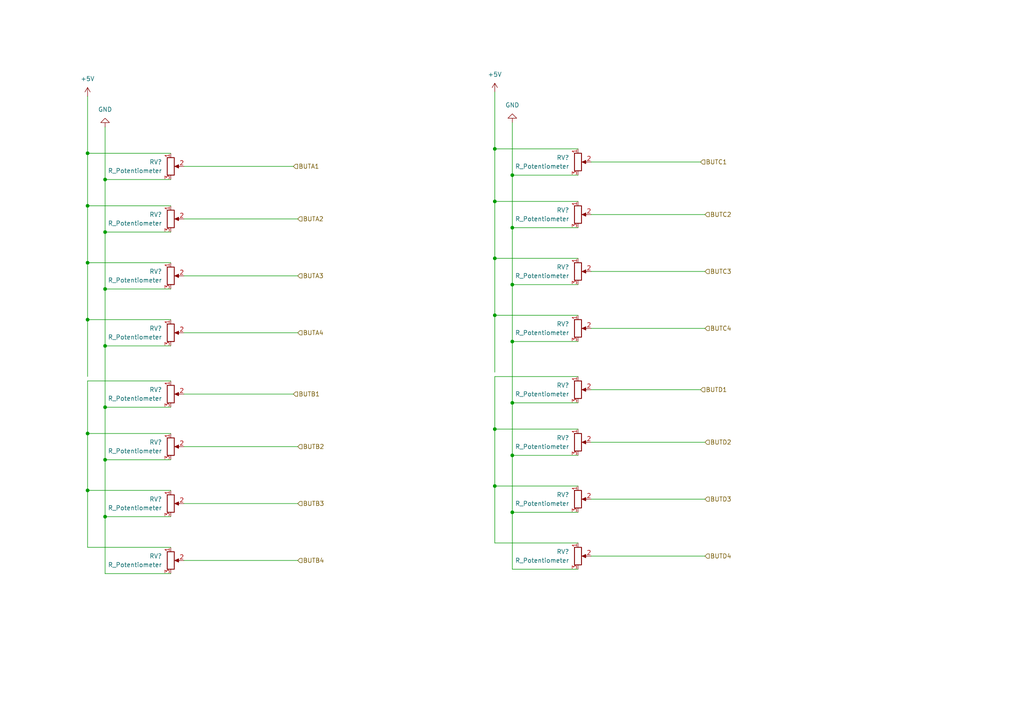
<source format=kicad_sch>
(kicad_sch (version 20211123) (generator eeschema)
  (paper "A4")
  (lib_symbols
    (symbol "Device:R_Potentiometer" (pin_names (offset 1.016) hide)
      (property "Reference" "RV" (at -4.445 0 90))
      (property "Value" "R_Potentiometer" (at -2.54 0 90))
      (symbol "R_Potentiometer_0_1"
        (polyline (pts (xy 2.54 0) (xy 1.524 0)))
        (polyline (pts (xy 1.143 0) (xy 2.286 0.508) (xy 2.286 -0.508) (xy 1.143 0)) (fill (type outline)))
        (rectangle (start 1.016 2.54) (end -1.016 -2.54) (stroke (width 0.254)))
      )
      (symbol "R_Potentiometer_1_1"
        (pin passive line (at 0 3.81 270) (length 1.27) (name "1") (number "1"))
        (pin passive line (at 3.81 0 180) (length 1.27) (name "2") (number "2"))
        (pin passive line (at 0 -3.81 90) (length 1.27) (name "3") (number "3"))
      )
    )
    (symbol "power:+5V" (power) (pin_names (offset 0))
      (property "Value" "+5V" (at 0 3.556 0))
      (symbol "+5V_0_1"
        (polyline (pts (xy -0.762 1.27) (xy 0 2.54)))
        (polyline (pts (xy 0 0) (xy 0 2.54)))
        (polyline (pts (xy 0 2.54) (xy 0.762 1.27)))
      )
      (symbol "+5V_1_1"
        (pin power_in line (at 0 0 90) (length 0) hide (name "+5V") (number "1"))
      )
    )
    (symbol "power:GND" (power) (pin_names (offset 0))
      (property "Value" "GND" (at 0 -3.81 0))
      (symbol "GND_0_1"
        (polyline (pts (xy 0 0) (xy 0 -1.27) (xy 1.27 -1.27) (xy 0 -2.54) (xy -1.27 -1.27) (xy 0 -1.27)))
      )
      (symbol "GND_1_1"
        (pin power_in line (at 0 0 270) (length 0) hide (name "GND") (number "1"))
      )
    )
  )
  (junction (at 25.4 76.2))
  (junction (at 143.51 74.93))
  (junction (at 25.4 142.24))
  (junction (at 25.4 92.71))
  (junction (at 148.59 99.06))
  (junction (at 30.48 52.07))
  (junction (at 30.48 149.86))
  (junction (at 25.4 125.73))
  (junction (at 148.59 148.59))
  (junction (at 30.48 83.82))
  (junction (at 148.59 82.55))
  (junction (at 30.48 118.11))
  (junction (at 148.59 50.8))
  (junction (at 30.48 133.35))
  (junction (at 148.59 66.04))
  (junction (at 143.51 43.18))
  (junction (at 143.51 91.44))
  (junction (at 148.59 132.08))
  (junction (at 30.48 67.31))
  (junction (at 25.4 44.45))
  (junction (at 148.59 116.84))
  (junction (at 143.51 124.46))
  (junction (at 25.4 59.69))
  (junction (at 143.51 58.42))
  (junction (at 143.51 140.97))
  (junction (at 30.48 100.33))
  (wire (pts (xy 25.4 158.75) (xy 49.53 158.75)))
  (wire (pts (xy 30.48 100.33) (xy 30.48 118.11)))
  (wire (pts (xy 30.48 52.07) (xy 49.53 52.07)))
  (wire (pts (xy 171.45 95.25) (xy 204.47 95.25)))
  (wire (pts (xy 148.59 82.55) (xy 148.59 99.06)))
  (wire (pts (xy 30.48 83.82) (xy 30.48 100.33)))
  (wire (pts (xy 143.51 124.46) (xy 167.64 124.46)))
  (wire (pts (xy 25.4 125.73) (xy 25.4 142.24)))
  (wire (pts (xy 25.4 125.73) (xy 49.53 125.73)))
  (wire (pts (xy 148.59 165.1) (xy 167.64 165.1)))
  (wire (pts (xy 148.59 35.56) (xy 148.59 50.8)))
  (wire (pts (xy 30.48 149.86) (xy 49.53 149.86)))
  (wire (pts (xy 148.59 82.55) (xy 167.64 82.55)))
  (wire (pts (xy 30.48 133.35) (xy 49.53 133.35)))
  (wire (pts (xy 53.34 146.05) (xy 86.36 146.05)))
  (wire (pts (xy 171.45 128.27) (xy 204.47 128.27)))
  (wire (pts (xy 25.4 59.69) (xy 49.53 59.69)))
  (wire (pts (xy 30.48 118.11) (xy 30.48 133.35)))
  (wire (pts (xy 53.34 162.56) (xy 86.36 162.56)))
  (wire (pts (xy 30.48 166.37) (xy 49.53 166.37)))
  (wire (pts (xy 30.48 100.33) (xy 49.53 100.33)))
  (wire (pts (xy 25.4 110.49) (xy 25.4 125.73)))
  (wire (pts (xy 30.48 36.83) (xy 30.48 52.07)))
  (wire (pts (xy 143.51 43.18) (xy 143.51 58.42)))
  (wire (pts (xy 30.48 133.35) (xy 30.48 149.86)))
  (wire (pts (xy 148.59 132.08) (xy 148.59 148.59)))
  (wire (pts (xy 30.48 52.07) (xy 30.48 67.31)))
  (wire (pts (xy 148.59 50.8) (xy 167.64 50.8)))
  (wire (pts (xy 143.51 58.42) (xy 167.64 58.42)))
  (wire (pts (xy 25.4 92.71) (xy 25.4 109.22)))
  (wire (pts (xy 148.59 66.04) (xy 167.64 66.04)))
  (wire (pts (xy 148.59 99.06) (xy 148.59 116.84)))
  (wire (pts (xy 53.34 63.5) (xy 86.36 63.5)))
  (wire (pts (xy 30.48 67.31) (xy 49.53 67.31)))
  (wire (pts (xy 148.59 132.08) (xy 167.64 132.08)))
  (wire (pts (xy 53.34 129.54) (xy 86.36 129.54)))
  (wire (pts (xy 30.48 118.11) (xy 49.53 118.11)))
  (wire (pts (xy 171.45 46.99) (xy 203.2 46.99)))
  (wire (pts (xy 143.51 140.97) (xy 167.64 140.97)))
  (wire (pts (xy 30.48 149.86) (xy 30.48 166.37)))
  (wire (pts (xy 148.59 148.59) (xy 167.64 148.59)))
  (wire (pts (xy 143.51 43.18) (xy 143.51 26.67)))
  (wire (pts (xy 25.4 76.2) (xy 25.4 92.71)))
  (wire (pts (xy 53.34 114.3) (xy 85.09 114.3)))
  (wire (pts (xy 143.51 109.22) (xy 143.51 124.46)))
  (wire (pts (xy 143.51 74.93) (xy 143.51 91.44)))
  (wire (pts (xy 25.4 142.24) (xy 49.53 142.24)))
  (wire (pts (xy 25.4 92.71) (xy 49.53 92.71)))
  (wire (pts (xy 148.59 99.06) (xy 167.64 99.06)))
  (wire (pts (xy 30.48 83.82) (xy 49.53 83.82)))
  (wire (pts (xy 25.4 76.2) (xy 49.53 76.2)))
  (wire (pts (xy 171.45 144.78) (xy 204.47 144.78)))
  (wire (pts (xy 143.51 43.18) (xy 167.64 43.18)))
  (wire (pts (xy 143.51 109.22) (xy 167.64 109.22)))
  (wire (pts (xy 143.51 58.42) (xy 143.51 74.93)))
  (wire (pts (xy 53.34 96.52) (xy 86.36 96.52)))
  (wire (pts (xy 143.51 124.46) (xy 143.51 140.97)))
  (wire (pts (xy 171.45 161.29) (xy 204.47 161.29)))
  (wire (pts (xy 25.4 44.45) (xy 49.53 44.45)))
  (wire (pts (xy 53.34 48.26) (xy 85.09 48.26)))
  (wire (pts (xy 143.51 91.44) (xy 143.51 107.95)))
  (wire (pts (xy 171.45 78.74) (xy 204.47 78.74)))
  (wire (pts (xy 143.51 74.93) (xy 167.64 74.93)))
  (wire (pts (xy 148.59 116.84) (xy 167.64 116.84)))
  (wire (pts (xy 25.4 142.24) (xy 25.4 158.75)))
  (wire (pts (xy 171.45 62.23) (xy 204.47 62.23)))
  (wire (pts (xy 143.51 140.97) (xy 143.51 157.48)))
  (wire (pts (xy 171.45 113.03) (xy 203.2 113.03)))
  (wire (pts (xy 25.4 44.45) (xy 25.4 27.94)))
  (wire (pts (xy 30.48 67.31) (xy 30.48 83.82)))
  (wire (pts (xy 148.59 148.59) (xy 148.59 165.1)))
  (wire (pts (xy 148.59 66.04) (xy 148.59 82.55)))
  (wire (pts (xy 148.59 116.84) (xy 148.59 132.08)))
  (wire (pts (xy 143.51 91.44) (xy 167.64 91.44)))
  (wire (pts (xy 148.59 50.8) (xy 148.59 66.04)))
  (wire (pts (xy 53.34 80.01) (xy 86.36 80.01)))
  (wire (pts (xy 25.4 44.45) (xy 25.4 59.69)))
  (wire (pts (xy 143.51 157.48) (xy 167.64 157.48)))
  (wire (pts (xy 25.4 59.69) (xy 25.4 76.2)))
  (wire (pts (xy 25.4 110.49) (xy 49.53 110.49)))
  (hierarchical_label "BUTA2" (shape input) (at 86.36 63.5 0))
  (hierarchical_label "BUTD1" (shape input) (at 203.2 113.03 0))
  (hierarchical_label "BUTB2" (shape input) (at 86.36 129.54 0))
  (hierarchical_label "BUTB1" (shape input) (at 85.09 114.3 0))
  (hierarchical_label "BUTD3" (shape input) (at 204.47 144.78 0))
  (hierarchical_label "BUTC2" (shape input) (at 204.47 62.23 0))
  (hierarchical_label "BUTD4" (shape input) (at 204.47 161.29 0))
  (hierarchical_label "BUTA1" (shape input) (at 85.09 48.26 0))
  (hierarchical_label "BUTA4" (shape input) (at 86.36 96.52 0))
  (hierarchical_label "BUTD2" (shape input) (at 204.47 128.27 0))
  (hierarchical_label "BUTC1" (shape input) (at 203.2 46.99 0))
  (hierarchical_label "BUTC3" (shape input) (at 204.47 78.74 0))
  (hierarchical_label "BUTB4" (shape input) (at 86.36 162.56 0))
  (hierarchical_label "BUTC4" (shape input) (at 204.47 95.25 0))
  (hierarchical_label "BUTB3" (shape input) (at 86.36 146.05 0))
  (hierarchical_label "BUTA3" (shape input) (at 86.36 80.01 0))
  (symbol (lib_id "Device:R_Potentiometer") (at 49.53 114.3 0) (unit 1)
    (property "Reference" "RV?" (at 46.99 113.0299 0) (effects (justify right)))
    (property "Value" "R_Potentiometer" (at 46.99 115.5699 0) (effects (justify right)))
  )
  (symbol (lib_id "Device:R_Potentiometer") (at 167.64 144.78 0) (unit 1)
    (property "Reference" "RV?" (at 165.1 143.5099 0) (effects (justify right)))
    (property "Value" "R_Potentiometer" (at 165.1 146.0499 0) (effects (justify right)))
  )
  (symbol (lib_id "Device:R_Potentiometer") (at 167.64 78.74 0) (unit 1)
    (property "Reference" "RV?" (at 165.1 77.4699 0) (effects (justify right)))
    (property "Value" "R_Potentiometer" (at 165.1 80.0099 0) (effects (justify right)))
  )
  (symbol (lib_id "Device:R_Potentiometer") (at 167.64 128.27 0) (unit 1)
    (property "Reference" "RV?" (at 165.1 126.9999 0) (effects (justify right)))
    (property "Value" "R_Potentiometer" (at 165.1 129.5399 0) (effects (justify right)))
  )
  (symbol (lib_id "Device:R_Potentiometer") (at 49.53 146.05 0) (unit 1)
    (property "Reference" "RV?" (at 46.99 144.7799 0) (effects (justify right)))
    (property "Value" "R_Potentiometer" (at 46.99 147.3199 0) (effects (justify right)))
  )
  (symbol (lib_id "Device:R_Potentiometer") (at 49.53 96.52 0) (unit 1)
    (property "Reference" "RV?" (at 46.99 95.2499 0) (effects (justify right)))
    (property "Value" "R_Potentiometer" (at 46.99 97.7899 0) (effects (justify right)))
  )
  (symbol (lib_id "Device:R_Potentiometer") (at 49.53 63.5 0) (unit 1)
    (property "Reference" "RV?" (at 46.99 62.2299 0) (effects (justify right)))
    (property "Value" "R_Potentiometer" (at 46.99 64.7699 0) (effects (justify right)))
  )
  (symbol (lib_id "Device:R_Potentiometer") (at 49.53 162.56 0) (unit 1)
    (property "Reference" "RV?" (at 46.99 161.2899 0) (effects (justify right)))
    (property "Value" "R_Potentiometer" (at 46.99 163.8299 0) (effects (justify right)))
  )
  (symbol (lib_id "Device:R_Potentiometer") (at 49.53 48.26 0) (unit 1)
    (property "Reference" "RV?" (at 46.99 46.9899 0) (effects (justify right)))
    (property "Value" "R_Potentiometer" (at 46.99 49.5299 0) (effects (justify right)))
  )
  (symbol (lib_id "Device:R_Potentiometer") (at 49.53 129.54 0) (unit 1)
    (property "Reference" "RV?" (at 46.99 128.2699 0) (effects (justify right)))
    (property "Value" "R_Potentiometer" (at 46.99 130.8099 0) (effects (justify right)))
  )
  (symbol (lib_id "Device:R_Potentiometer") (at 167.64 113.03 0) (unit 1)
    (property "Reference" "RV?" (at 165.1 111.7599 0) (effects (justify right)))
    (property "Value" "R_Potentiometer" (at 165.1 114.2999 0) (effects (justify right)))
  )
  (symbol (lib_id "Device:R_Potentiometer") (at 167.64 95.25 0) (unit 1)
    (property "Reference" "RV?" (at 165.1 93.9799 0) (effects (justify right)))
    (property "Value" "R_Potentiometer" (at 165.1 96.5199 0) (effects (justify right)))
  )
  (symbol (lib_id "Device:R_Potentiometer") (at 167.64 62.23 0) (unit 1)
    (property "Reference" "RV?" (at 165.1 60.9599 0) (effects (justify right)))
    (property "Value" "R_Potentiometer" (at 165.1 63.4999 0) (effects (justify right)))
  )
  (symbol (lib_id "Device:R_Potentiometer") (at 167.64 46.99 0) (unit 1)
    (property "Reference" "RV?" (at 165.1 45.7199 0) (effects (justify right)))
    (property "Value" "R_Potentiometer" (at 165.1 48.2599 0) (effects (justify right)))
  )
  (symbol (lib_id "Device:R_Potentiometer") (at 49.53 80.01 0) (unit 1)
    (property "Reference" "RV?" (at 46.99 78.7399 0) (effects (justify right)))
    (property "Value" "R_Potentiometer" (at 46.99 81.2799 0) (effects (justify right)))
  )
  (symbol (lib_id "power:+5V") (at 25.4 27.94 0) (unit 1)
    (property "Reference" "#PWR?" (effects hide))
    (property "Value" "+5V" (at 25.4 22.86 0))
  )
  (symbol (lib_id "Device:R_Potentiometer") (at 167.64 161.29 0) (unit 1)
    (property "Reference" "RV?" (at 165.1 160.0199 0) (effects (justify right)))
    (property "Value" "R_Potentiometer" (at 165.1 162.5599 0) (effects (justify right)))
  )
  (symbol (lib_id "power:GND") (at 148.59 35.56 180) (unit 1)
    (property "Reference" "#PWR?" (effects hide))
    (property "Value" "GND" (at 148.59 30.48 0))
  )
  (symbol (lib_id "power:GND") (at 30.48 36.83 180) (unit 1)
    (property "Reference" "#PWR?" (effects hide))
    (property "Value" "GND" (at 30.48 31.75 0))
  )
  (symbol (lib_id "power:+5V") (at 143.51 26.67 0) (unit 1)
    (property "Reference" "#PWR?" (effects hide))
    (property "Value" "+5V" (at 143.51 21.59 0))
  )
)
</source>
